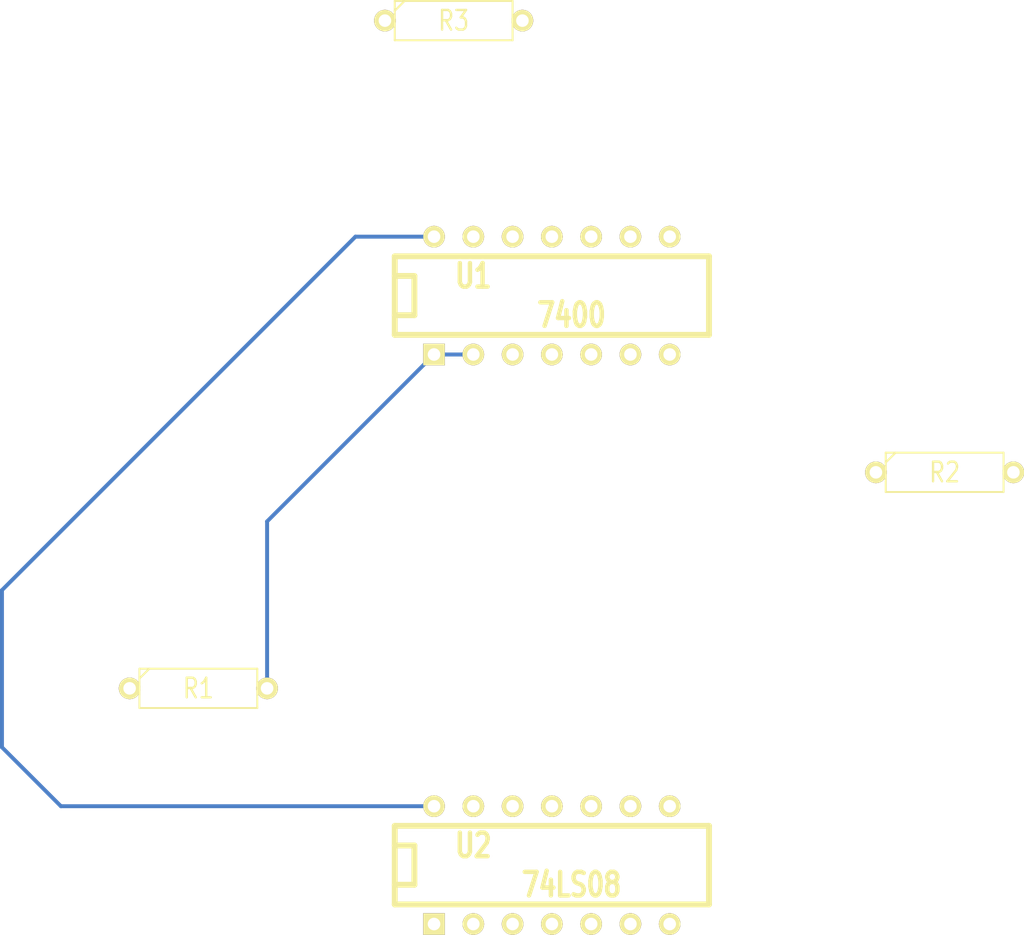
<source format=kicad_pcb>
(kicad_pcb (version 3) (host pcbnew "(2013-jul-07)-stable")

  (general
    (links 9)
    (no_connects 6)
    (area 0 0 0 0)
    (thickness 1.6)
    (drawings 0)
    (tracks 8)
    (zones 0)
    (modules 5)
    (nets 7)
  )

  (page User 101.6 159.995)
  (title_block 
    (title speichermodul)
  )

  (layers
    (15 F.Cu signal)
    (0 B.Cu signal)
    (16 B.Adhes user)
    (17 F.Adhes user)
    (18 B.Paste user)
    (19 F.Paste user)
    (20 B.SilkS user)
    (21 F.SilkS user)
    (22 B.Mask user)
    (23 F.Mask user)
    (24 Dwgs.User user)
    (25 Cmts.User user)
    (26 Eco1.User user)
    (27 Eco2.User user)
    (28 Edge.Cuts user)
  )

  (setup
    (last_trace_width 0.254)
    (trace_clearance 0.254)
    (zone_clearance 0.508)
    (zone_45_only no)
    (trace_min 0.254)
    (segment_width 0.2)
    (edge_width 0.15)
    (via_size 0.889)
    (via_drill 0.635)
    (via_min_size 0.889)
    (via_min_drill 0.508)
    (uvia_size 0.508)
    (uvia_drill 0.127)
    (uvias_allowed no)
    (uvia_min_size 0.508)
    (uvia_min_drill 0.127)
    (pcb_text_width 0.3)
    (pcb_text_size 1 1)
    (mod_edge_width 0.15)
    (mod_text_size 1 1)
    (mod_text_width 0.15)
    (pad_size 1 1)
    (pad_drill 0.6)
    (pad_to_mask_clearance 0)
    (aux_axis_origin 0 0)
    (visible_elements FFFFFFBF)
    (pcbplotparams
      (layerselection 3178497)
      (usegerberextensions true)
      (excludeedgelayer true)
      (linewidth 0.150000)
      (plotframeref false)
      (viasonmask false)
      (mode 1)
      (useauxorigin false)
      (hpglpennumber 1)
      (hpglpenspeed 20)
      (hpglpendiameter 15)
      (hpglpenoverlay 2)
      (psnegative false)
      (psa4output false)
      (plotreference true)
      (plotvalue true)
      (plotothertext true)
      (plotinvisibletext false)
      (padsonsilk false)
      (subtractmaskfromsilk false)
      (outputformat 1)
      (mirror false)
      (drillshape 1)
      (scaleselection 1)
      (outputdirectory ""))
  )

  (net 0 "")
  (net 1 GND)
  (net 2 N-0000011)
  (net 3 N-0000014)
  (net 4 N-0000015)
  (net 5 N-0000016)
  (net 6 VCC)

  (net_class Default "Dies ist die voreingestellte Netzklasse."
    (clearance 0.254)
    (trace_width 0.254)
    (via_dia 0.889)
    (via_drill 0.635)
    (uvia_dia 0.508)
    (uvia_drill 0.127)
    (add_net "")
    (add_net GND)
    (add_net N-0000011)
    (add_net N-0000014)
    (add_net N-0000015)
    (add_net N-0000016)
    (add_net VCC)
  )

  (module R3-5 (layer F.Cu) (tedit 3F979F9F) (tstamp 57BA0A36)
    (at 30.48 69.85)
    (path /57B9FF7E)
    (fp_text reference R1 (at 0 0) (layer F.SilkS)
      (effects (font (size 1.27 1.016) (thickness 0.1524)))
    )
    (fp_text value R (at 0 0) (layer F.SilkS) hide
      (effects (font (size 1.27 1.016) (thickness 0.1524)))
    )
    (fp_line (start -3.81 -0.635) (end -3.81 1.27) (layer F.SilkS) (width 0.127))
    (fp_line (start -3.81 1.27) (end 3.81 1.27) (layer F.SilkS) (width 0.127))
    (fp_line (start 3.81 1.27) (end 3.81 -1.27) (layer F.SilkS) (width 0.127))
    (fp_line (start 3.81 -1.27) (end -3.81 -1.27) (layer F.SilkS) (width 0.127))
    (fp_line (start -3.81 -1.27) (end -3.81 -0.635) (layer F.SilkS) (width 0.127))
    (fp_line (start -4.445 0) (end -3.81 0) (layer F.SilkS) (width 0.127))
    (fp_line (start 3.81 0) (end 4.445 0) (layer F.SilkS) (width 0.127))
    (fp_line (start -3.81 -0.635) (end -3.175 -1.27) (layer F.SilkS) (width 0.127))
    (pad 1 thru_hole circle (at -4.445 0) (size 1.397 1.397) (drill 0.8128)
      (layers *.Cu *.Mask F.SilkS)
    )
    (pad 2 thru_hole circle (at 4.445 0) (size 1.397 1.397) (drill 0.8128)
      (layers *.Cu *.Mask F.SilkS)
      (net 2 N-0000011)
    )
    (model discret/resistor.wrl
      (at (xyz 0 0 0))
      (scale (xyz 0.35 0.35 0.3))
      (rotate (xyz 0 0 0))
    )
  )

  (module R3-5 (layer F.Cu) (tedit 3F979F9F) (tstamp 57BA0A44)
    (at 78.74 55.88)
    (path /57B9FF8D)
    (fp_text reference R2 (at 0 0) (layer F.SilkS)
      (effects (font (size 1.27 1.016) (thickness 0.1524)))
    )
    (fp_text value 4,7k (at 0 0) (layer F.SilkS) hide
      (effects (font (size 1.27 1.016) (thickness 0.1524)))
    )
    (fp_line (start -3.81 -0.635) (end -3.81 1.27) (layer F.SilkS) (width 0.127))
    (fp_line (start -3.81 1.27) (end 3.81 1.27) (layer F.SilkS) (width 0.127))
    (fp_line (start 3.81 1.27) (end 3.81 -1.27) (layer F.SilkS) (width 0.127))
    (fp_line (start 3.81 -1.27) (end -3.81 -1.27) (layer F.SilkS) (width 0.127))
    (fp_line (start -3.81 -1.27) (end -3.81 -0.635) (layer F.SilkS) (width 0.127))
    (fp_line (start -4.445 0) (end -3.81 0) (layer F.SilkS) (width 0.127))
    (fp_line (start 3.81 0) (end 4.445 0) (layer F.SilkS) (width 0.127))
    (fp_line (start -3.81 -0.635) (end -3.175 -1.27) (layer F.SilkS) (width 0.127))
    (pad 1 thru_hole circle (at -4.445 0) (size 1.397 1.397) (drill 0.8128)
      (layers *.Cu *.Mask F.SilkS)
      (net 5 N-0000016)
    )
    (pad 2 thru_hole circle (at 4.445 0) (size 1.397 1.397) (drill 0.8128)
      (layers *.Cu *.Mask F.SilkS)
    )
    (model discret/resistor.wrl
      (at (xyz 0 0 0))
      (scale (xyz 0.35 0.35 0.3))
      (rotate (xyz 0 0 0))
    )
  )

  (module R3-5 (layer F.Cu) (tedit 3F979F9F) (tstamp 57BA0AF3)
    (at 46.99 26.67)
    (path /57B9FF9C)
    (fp_text reference R3 (at 0 0) (layer F.SilkS)
      (effects (font (size 1.27 1.016) (thickness 0.1524)))
    )
    (fp_text value 4,7k (at 0 0) (layer F.SilkS) hide
      (effects (font (size 1.27 1.016) (thickness 0.1524)))
    )
    (fp_line (start -3.81 -0.635) (end -3.81 1.27) (layer F.SilkS) (width 0.127))
    (fp_line (start -3.81 1.27) (end 3.81 1.27) (layer F.SilkS) (width 0.127))
    (fp_line (start 3.81 1.27) (end 3.81 -1.27) (layer F.SilkS) (width 0.127))
    (fp_line (start 3.81 -1.27) (end -3.81 -1.27) (layer F.SilkS) (width 0.127))
    (fp_line (start -3.81 -1.27) (end -3.81 -0.635) (layer F.SilkS) (width 0.127))
    (fp_line (start -4.445 0) (end -3.81 0) (layer F.SilkS) (width 0.127))
    (fp_line (start 3.81 0) (end 4.445 0) (layer F.SilkS) (width 0.127))
    (fp_line (start -3.81 -0.635) (end -3.175 -1.27) (layer F.SilkS) (width 0.127))
    (pad 1 thru_hole circle (at -4.445 0) (size 1.397 1.397) (drill 0.8128)
      (layers *.Cu *.Mask F.SilkS)
    )
    (pad 2 thru_hole circle (at 4.445 0) (size 1.397 1.397) (drill 0.8128)
      (layers *.Cu *.Mask F.SilkS)
    )
    (model discret/resistor.wrl
      (at (xyz 0 0 0))
      (scale (xyz 0.35 0.35 0.3))
      (rotate (xyz 0 0 0))
    )
  )

  (module DIP-14__300 (layer F.Cu) (tedit 200000) (tstamp 57BA0A6B)
    (at 53.34 44.45)
    (descr "14 pins DIL package, round pads")
    (tags DIL)
    (path /57B9FEAF)
    (fp_text reference U1 (at -5.08 -1.27) (layer F.SilkS)
      (effects (font (size 1.524 1.143) (thickness 0.3048)))
    )
    (fp_text value 7400 (at 1.27 1.27) (layer F.SilkS)
      (effects (font (size 1.524 1.143) (thickness 0.3048)))
    )
    (fp_line (start -10.16 -2.54) (end 10.16 -2.54) (layer F.SilkS) (width 0.381))
    (fp_line (start 10.16 2.54) (end -10.16 2.54) (layer F.SilkS) (width 0.381))
    (fp_line (start -10.16 2.54) (end -10.16 -2.54) (layer F.SilkS) (width 0.381))
    (fp_line (start -10.16 -1.27) (end -8.89 -1.27) (layer F.SilkS) (width 0.381))
    (fp_line (start -8.89 -1.27) (end -8.89 1.27) (layer F.SilkS) (width 0.381))
    (fp_line (start -8.89 1.27) (end -10.16 1.27) (layer F.SilkS) (width 0.381))
    (fp_line (start 10.16 -2.54) (end 10.16 2.54) (layer F.SilkS) (width 0.381))
    (pad 1 thru_hole rect (at -7.62 3.81) (size 1.397 1.397) (drill 0.8128)
      (layers *.Cu *.Mask F.SilkS)
      (net 2 N-0000011)
    )
    (pad 2 thru_hole circle (at -5.08 3.81) (size 1.397 1.397) (drill 0.8128)
      (layers *.Cu *.Mask F.SilkS)
      (net 2 N-0000011)
    )
    (pad 3 thru_hole circle (at -2.54 3.81) (size 1.397 1.397) (drill 0.8128)
      (layers *.Cu *.Mask F.SilkS)
      (net 4 N-0000015)
    )
    (pad 4 thru_hole circle (at 0 3.81) (size 1.397 1.397) (drill 0.8128)
      (layers *.Cu *.Mask F.SilkS)
      (net 5 N-0000016)
    )
    (pad 5 thru_hole circle (at 2.54 3.81) (size 1.397 1.397) (drill 0.8128)
      (layers *.Cu *.Mask F.SilkS)
      (net 5 N-0000016)
    )
    (pad 6 thru_hole circle (at 5.08 3.81) (size 1.397 1.397) (drill 0.8128)
      (layers *.Cu *.Mask F.SilkS)
      (net 3 N-0000014)
    )
    (pad 7 thru_hole circle (at 7.62 3.81) (size 1.397 1.397) (drill 0.8128)
      (layers *.Cu *.Mask F.SilkS)
      (net 1 GND)
    )
    (pad 8 thru_hole circle (at 7.62 -3.81) (size 1.397 1.397) (drill 0.8128)
      (layers *.Cu *.Mask F.SilkS)
    )
    (pad 9 thru_hole circle (at 5.08 -3.81) (size 1.397 1.397) (drill 0.8128)
      (layers *.Cu *.Mask F.SilkS)
    )
    (pad 10 thru_hole circle (at 2.54 -3.81) (size 1.397 1.397) (drill 0.8128)
      (layers *.Cu *.Mask F.SilkS)
    )
    (pad 11 thru_hole circle (at 0 -3.81) (size 1.397 1.397) (drill 0.8128)
      (layers *.Cu *.Mask F.SilkS)
    )
    (pad 12 thru_hole circle (at -2.54 -3.81) (size 1.397 1.397) (drill 0.8128)
      (layers *.Cu *.Mask F.SilkS)
    )
    (pad 13 thru_hole circle (at -5.08 -3.81) (size 1.397 1.397) (drill 0.8128)
      (layers *.Cu *.Mask F.SilkS)
    )
    (pad 14 thru_hole circle (at -7.62 -3.81) (size 1.397 1.397) (drill 0.8128)
      (layers *.Cu *.Mask F.SilkS)
      (net 6 VCC)
    )
    (model dil/dil_14.wrl
      (at (xyz 0 0 0))
      (scale (xyz 1 1 1))
      (rotate (xyz 0 0 0))
    )
  )

  (module DIP-14__300 (layer F.Cu) (tedit 200000) (tstamp 57BA0A84)
    (at 53.34 81.28)
    (descr "14 pins DIL package, round pads")
    (tags DIL)
    (path /57B9FEDC)
    (fp_text reference U2 (at -5.08 -1.27) (layer F.SilkS)
      (effects (font (size 1.524 1.143) (thickness 0.3048)))
    )
    (fp_text value 74LS08 (at 1.27 1.27) (layer F.SilkS)
      (effects (font (size 1.524 1.143) (thickness 0.3048)))
    )
    (fp_line (start -10.16 -2.54) (end 10.16 -2.54) (layer F.SilkS) (width 0.381))
    (fp_line (start 10.16 2.54) (end -10.16 2.54) (layer F.SilkS) (width 0.381))
    (fp_line (start -10.16 2.54) (end -10.16 -2.54) (layer F.SilkS) (width 0.381))
    (fp_line (start -10.16 -1.27) (end -8.89 -1.27) (layer F.SilkS) (width 0.381))
    (fp_line (start -8.89 -1.27) (end -8.89 1.27) (layer F.SilkS) (width 0.381))
    (fp_line (start -8.89 1.27) (end -10.16 1.27) (layer F.SilkS) (width 0.381))
    (fp_line (start 10.16 -2.54) (end 10.16 2.54) (layer F.SilkS) (width 0.381))
    (pad 1 thru_hole rect (at -7.62 3.81) (size 1.397 1.397) (drill 0.8128)
      (layers *.Cu *.Mask F.SilkS)
      (net 5 N-0000016)
    )
    (pad 2 thru_hole circle (at -5.08 3.81) (size 1.397 1.397) (drill 0.8128)
      (layers *.Cu *.Mask F.SilkS)
      (net 4 N-0000015)
    )
    (pad 3 thru_hole circle (at -2.54 3.81) (size 1.397 1.397) (drill 0.8128)
      (layers *.Cu *.Mask F.SilkS)
    )
    (pad 4 thru_hole circle (at 0 3.81) (size 1.397 1.397) (drill 0.8128)
      (layers *.Cu *.Mask F.SilkS)
    )
    (pad 5 thru_hole circle (at 2.54 3.81) (size 1.397 1.397) (drill 0.8128)
      (layers *.Cu *.Mask F.SilkS)
      (net 3 N-0000014)
    )
    (pad 6 thru_hole circle (at 5.08 3.81) (size 1.397 1.397) (drill 0.8128)
      (layers *.Cu *.Mask F.SilkS)
    )
    (pad 7 thru_hole circle (at 7.62 3.81) (size 1.397 1.397) (drill 0.8128)
      (layers *.Cu *.Mask F.SilkS)
      (net 1 GND)
    )
    (pad 8 thru_hole circle (at 7.62 -3.81) (size 1.397 1.397) (drill 0.8128)
      (layers *.Cu *.Mask F.SilkS)
    )
    (pad 9 thru_hole circle (at 5.08 -3.81) (size 1.397 1.397) (drill 0.8128)
      (layers *.Cu *.Mask F.SilkS)
    )
    (pad 10 thru_hole circle (at 2.54 -3.81) (size 1.397 1.397) (drill 0.8128)
      (layers *.Cu *.Mask F.SilkS)
    )
    (pad 11 thru_hole circle (at 0 -3.81) (size 1.397 1.397) (drill 0.8128)
      (layers *.Cu *.Mask F.SilkS)
    )
    (pad 12 thru_hole circle (at -2.54 -3.81) (size 1.397 1.397) (drill 0.8128)
      (layers *.Cu *.Mask F.SilkS)
    )
    (pad 13 thru_hole circle (at -5.08 -3.81) (size 1.397 1.397) (drill 0.8128)
      (layers *.Cu *.Mask F.SilkS)
    )
    (pad 14 thru_hole circle (at -7.62 -3.81) (size 1.397 1.397) (drill 0.8128)
      (layers *.Cu *.Mask F.SilkS)
      (net 6 VCC)
    )
    (model dil/dil_14.wrl
      (at (xyz 0 0 0))
      (scale (xyz 1 1 1))
      (rotate (xyz 0 0 0))
    )
  )

  (segment (start 48.26 48.26) (end 45.72 48.26) (width 0.254) (layer B.Cu) (net 2) (status C00000))
  (segment (start 34.925 69.85) (end 34.925 59.055) (width 0.254) (layer B.Cu) (net 2) (status 400000))
  (segment (start 34.925 59.055) (end 45.72 48.26) (width 0.254) (layer B.Cu) (net 2) (tstamp 57BA919F) (status 800000))
  (segment (start 45.72 40.64) (end 40.64 40.64) (width 0.254) (layer B.Cu) (net 6) (status 400000))
  (segment (start 21.59 77.47) (end 45.72 77.47) (width 0.254) (layer B.Cu) (net 6) (tstamp 57BA91B8) (status 800000))
  (segment (start 17.78 73.66) (end 21.59 77.47) (width 0.254) (layer B.Cu) (net 6) (tstamp 57BA91B6))
  (segment (start 17.78 63.5) (end 17.78 73.66) (width 0.254) (layer B.Cu) (net 6) (tstamp 57BA91B4))
  (segment (start 40.64 40.64) (end 17.78 63.5) (width 0.254) (layer B.Cu) (net 6) (tstamp 57BA91B1))

)

</source>
